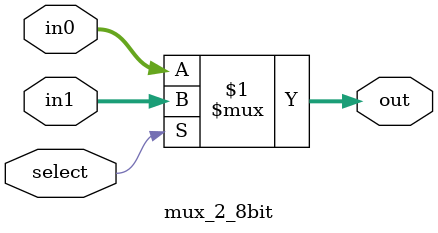
<source format=v>
module mux_2_8bit(select,in0,in1,out);
	input select;
	input [7:0] in0, in1;
	output[7:0] out;
	assign out= select ? in1 : in0;
endmodule


</source>
